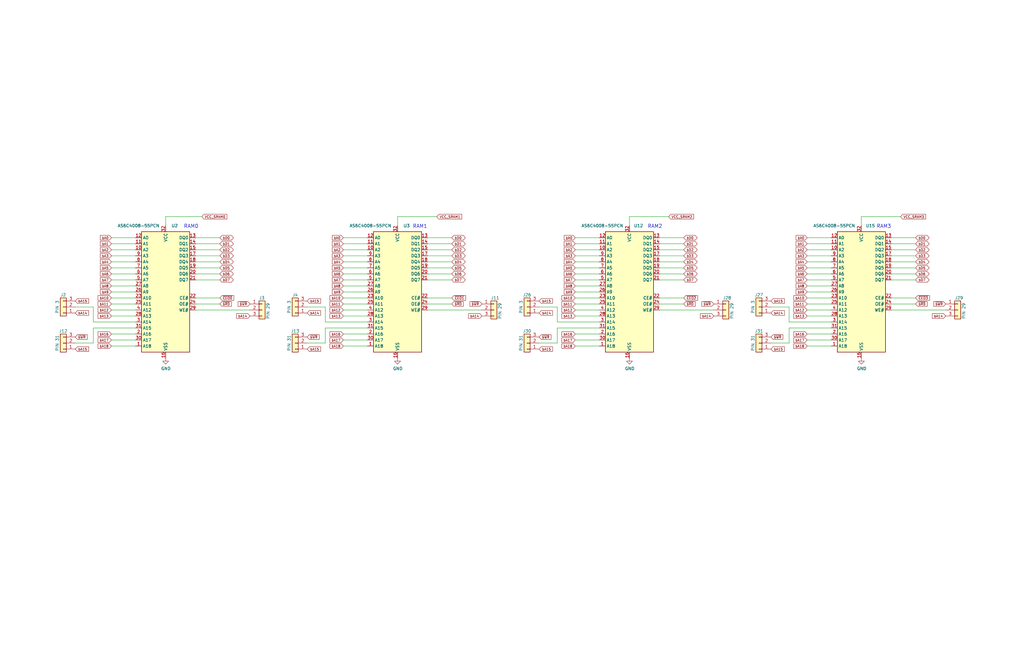
<source format=kicad_sch>
(kicad_sch (version 20211123) (generator eeschema)
  (paper "B")
  (lib_symbols
    (symbol "Connector_Generic:Conn_01x03" (pin_names (offset 1.016) hide)
      (property "Reference" "J" (at 0 5.08 0))
      (property "Value" "Conn_01x03" (at 0 -5.08 0))
      (symbol "Conn_01x03_1_1"
        (rectangle (start -1.27 -2.413) (end 0 -2.667) (stroke (width 0.1524)))
        (rectangle (start -1.27 0.127) (end 0 -0.127) (stroke (width 0.1524)))
        (rectangle (start -1.27 2.667) (end 0 2.413) (stroke (width 0.1524)))
        (rectangle (start -1.27 3.81) (end 1.27 -3.81) (stroke (width 0.254)) (fill (type background)))
        (pin passive line (at -5.08 2.54 0) (length 3.81) (name "Pin_1") (number "1"))
        (pin passive line (at -5.08 0 0) (length 3.81) (name "Pin_2") (number "2"))
        (pin passive line (at -5.08 -2.54 0) (length 3.81) (name "Pin_3") (number "3"))
      )
    )
    (symbol "Memory_RAM:AS6C4008-55PCN"
      (property "Reference" "U" (at -10.16 26.035 0))
      (property "Value" "AS6C4008-55PCN" (at 2.54 26.035 0))
      (symbol "AS6C4008-55PCN_0_0"
        (pin power_in line (at 0 -27.94 90) (length 2.54) (name "VSS") (number "16"))
        (pin power_in line (at 0 27.94 270) (length 2.54) (name "VCC") (number "32"))
      )
      (symbol "AS6C4008-55PCN_0_1"
        (rectangle (start -10.16 25.4) (end 10.16 -25.4) (stroke (width 0.254)) (fill (type background)))
      )
      (symbol "AS6C4008-55PCN_1_1"
        (pin input line (at -12.7 -22.86 0) (length 2.54) (name "A18") (number "1"))
        (pin input line (at -12.7 17.78 0) (length 2.54) (name "A2") (number "10"))
        (pin input line (at -12.7 20.32 0) (length 2.54) (name "A1") (number "11"))
        (pin input line (at -12.7 22.86 0) (length 2.54) (name "A0") (number "12"))
        (pin tri_state line (at 12.7 22.86 180) (length 2.54) (name "DQ0") (number "13"))
        (pin tri_state line (at 12.7 20.32 180) (length 2.54) (name "DQ1") (number "14"))
        (pin tri_state line (at 12.7 17.78 180) (length 2.54) (name "DQ2") (number "15"))
        (pin tri_state line (at 12.7 15.24 180) (length 2.54) (name "DQ3") (number "17"))
        (pin tri_state line (at 12.7 12.7 180) (length 2.54) (name "DQ4") (number "18"))
        (pin tri_state line (at 12.7 10.16 180) (length 2.54) (name "DQ5") (number "19"))
        (pin input line (at -12.7 -17.78 0) (length 2.54) (name "A16") (number "2"))
        (pin tri_state line (at 12.7 7.62 180) (length 2.54) (name "DQ6") (number "20"))
        (pin tri_state line (at 12.7 5.08 180) (length 2.54) (name "DQ7") (number "21"))
        (pin input line (at 12.7 -2.54 180) (length 2.54) (name "CE#") (number "22"))
        (pin input line (at -12.7 -2.54 0) (length 2.54) (name "A10") (number "23"))
        (pin input line (at 12.7 -5.08 180) (length 2.54) (name "OE#") (number "24"))
        (pin input line (at -12.7 -5.08 0) (length 2.54) (name "A11") (number "25"))
        (pin input line (at -12.7 0 0) (length 2.54) (name "A9") (number "26"))
        (pin input line (at -12.7 2.54 0) (length 2.54) (name "A8") (number "27"))
        (pin input line (at -12.7 -10.16 0) (length 2.54) (name "A13") (number "28"))
        (pin input line (at 12.7 -7.62 180) (length 2.54) (name "WE#") (number "29"))
        (pin input line (at -12.7 -12.7 0) (length 2.54) (name "A14") (number "3"))
        (pin input line (at -12.7 -20.32 0) (length 2.54) (name "A17") (number "30"))
        (pin input line (at -12.7 -15.24 0) (length 2.54) (name "A15") (number "31"))
        (pin input line (at -12.7 -7.62 0) (length 2.54) (name "A12") (number "4"))
        (pin input line (at -12.7 5.08 0) (length 2.54) (name "A7") (number "5"))
        (pin input line (at -12.7 7.62 0) (length 2.54) (name "A6") (number "6"))
        (pin input line (at -12.7 10.16 0) (length 2.54) (name "A5") (number "7"))
        (pin input line (at -12.7 12.7 0) (length 2.54) (name "A4") (number "8"))
        (pin input line (at -12.7 15.24 0) (length 2.54) (name "A3") (number "9"))
      )
    )
    (symbol "power:GND" (power) (pin_names (offset 0))
      (property "Value" "GND" (at 0 -3.81 0))
      (symbol "GND_0_1"
        (polyline (pts (xy 0 0) (xy 0 -1.27) (xy 1.27 -1.27) (xy 0 -2.54) (xy -1.27 -1.27) (xy 0 -1.27)))
      )
      (symbol "GND_1_1"
        (pin power_in line (at 0 0 270) (length 0) hide (name "GND") (number "1"))
      )
    )
  )
  (wire (pts (xy 46.99 143.51) (xy 57.15 143.51)))
  (wire (pts (xy 340.36 105.41) (xy 350.52 105.41)))
  (wire (pts (xy 46.99 118.11) (xy 57.15 118.11)))
  (wire (pts (xy 46.99 140.97) (xy 57.15 140.97)))
  (wire (pts (xy 154.94 140.97) (xy 144.78 140.97)))
  (wire (pts (xy 340.36 113.03) (xy 350.52 113.03)))
  (wire (pts (xy 278.13 115.57) (xy 288.29 115.57)))
  (wire (pts (xy 46.99 130.81) (xy 57.15 130.81)))
  (wire (pts (xy 46.99 125.73) (xy 57.15 125.73)))
  (wire (pts (xy 82.55 105.41) (xy 92.71 105.41)))
  (wire (pts (xy 242.57 113.03) (xy 252.73 113.03)))
  (wire (pts (xy 39.37 129.54) (xy 31.75 129.54)))
  (wire (pts (xy 332.74 129.54) (xy 325.12 129.54)))
  (wire (pts (xy 180.34 113.03) (xy 190.5 113.03)))
  (wire (pts (xy 144.78 110.49) (xy 154.94 110.49)))
  (wire (pts (xy 278.13 125.73) (xy 288.29 125.73)))
  (wire (pts (xy 242.57 120.65) (xy 252.73 120.65)))
  (wire (pts (xy 180.34 130.81) (xy 203.2 130.81)))
  (wire (pts (xy 82.55 107.95) (xy 92.71 107.95)))
  (wire (pts (xy 144.78 128.27) (xy 154.94 128.27)))
  (wire (pts (xy 46.99 113.03) (xy 57.15 113.03)))
  (wire (pts (xy 340.36 110.49) (xy 350.52 110.49)))
  (wire (pts (xy 180.34 105.41) (xy 190.5 105.41)))
  (wire (pts (xy 242.57 118.11) (xy 252.73 118.11)))
  (wire (pts (xy 242.57 133.35) (xy 252.73 133.35)))
  (wire (pts (xy 332.74 138.43) (xy 332.74 144.78)))
  (wire (pts (xy 375.92 102.87) (xy 386.08 102.87)))
  (wire (pts (xy 278.13 105.41) (xy 288.29 105.41)))
  (wire (pts (xy 350.52 140.97) (xy 340.36 140.97)))
  (wire (pts (xy 375.92 118.11) (xy 386.08 118.11)))
  (wire (pts (xy 340.36 133.35) (xy 350.52 133.35)))
  (wire (pts (xy 144.78 133.35) (xy 154.94 133.35)))
  (wire (pts (xy 340.36 130.81) (xy 350.52 130.81)))
  (wire (pts (xy 144.78 100.33) (xy 154.94 100.33)))
  (wire (pts (xy 137.16 135.89) (xy 154.94 135.89)))
  (wire (pts (xy 167.64 91.44) (xy 184.15 91.44)))
  (wire (pts (xy 242.57 107.95) (xy 252.73 107.95)))
  (wire (pts (xy 144.78 143.51) (xy 154.94 143.51)))
  (wire (pts (xy 46.99 105.41) (xy 57.15 105.41)))
  (wire (pts (xy 46.99 123.19) (xy 57.15 123.19)))
  (wire (pts (xy 242.57 130.81) (xy 252.73 130.81)))
  (wire (pts (xy 69.85 91.44) (xy 85.09 91.44)))
  (wire (pts (xy 180.34 100.33) (xy 190.5 100.33)))
  (wire (pts (xy 180.34 118.11) (xy 190.5 118.11)))
  (wire (pts (xy 144.78 123.19) (xy 154.94 123.19)))
  (wire (pts (xy 82.55 115.57) (xy 92.71 115.57)))
  (wire (pts (xy 242.57 143.51) (xy 252.73 143.51)))
  (wire (pts (xy 375.92 128.27) (xy 386.08 128.27)))
  (wire (pts (xy 363.22 91.44) (xy 379.73 91.44)))
  (wire (pts (xy 144.78 125.73) (xy 154.94 125.73)))
  (wire (pts (xy 340.36 102.87) (xy 350.52 102.87)))
  (wire (pts (xy 340.36 123.19) (xy 350.52 123.19)))
  (wire (pts (xy 137.16 135.89) (xy 137.16 129.54)))
  (wire (pts (xy 234.95 135.89) (xy 252.73 135.89)))
  (wire (pts (xy 39.37 135.89) (xy 57.15 135.89)))
  (wire (pts (xy 82.55 113.03) (xy 92.71 113.03)))
  (wire (pts (xy 39.37 144.78) (xy 31.75 144.78)))
  (wire (pts (xy 234.95 135.89) (xy 234.95 129.54)))
  (wire (pts (xy 180.34 125.73) (xy 190.5 125.73)))
  (wire (pts (xy 144.78 146.05) (xy 154.94 146.05)))
  (wire (pts (xy 154.94 138.43) (xy 137.16 138.43)))
  (wire (pts (xy 375.92 113.03) (xy 386.08 113.03)))
  (wire (pts (xy 278.13 113.03) (xy 288.29 113.03)))
  (wire (pts (xy 375.92 107.95) (xy 386.08 107.95)))
  (wire (pts (xy 265.43 95.25) (xy 265.43 91.44)))
  (wire (pts (xy 340.36 125.73) (xy 350.52 125.73)))
  (wire (pts (xy 340.36 143.51) (xy 350.52 143.51)))
  (wire (pts (xy 278.13 107.95) (xy 288.29 107.95)))
  (wire (pts (xy 46.99 100.33) (xy 57.15 100.33)))
  (wire (pts (xy 252.73 138.43) (xy 234.95 138.43)))
  (wire (pts (xy 234.95 129.54) (xy 227.33 129.54)))
  (wire (pts (xy 242.57 125.73) (xy 252.73 125.73)))
  (wire (pts (xy 180.34 110.49) (xy 190.5 110.49)))
  (wire (pts (xy 46.99 133.35) (xy 57.15 133.35)))
  (wire (pts (xy 242.57 140.97) (xy 252.73 140.97)))
  (wire (pts (xy 375.92 105.41) (xy 386.08 105.41)))
  (wire (pts (xy 69.85 91.44) (xy 69.85 95.25)))
  (wire (pts (xy 82.55 102.87) (xy 92.71 102.87)))
  (wire (pts (xy 242.57 105.41) (xy 252.73 105.41)))
  (wire (pts (xy 46.99 120.65) (xy 57.15 120.65)))
  (wire (pts (xy 340.36 146.05) (xy 350.52 146.05)))
  (wire (pts (xy 82.55 110.49) (xy 92.71 110.49)))
  (wire (pts (xy 332.74 144.78) (xy 325.12 144.78)))
  (wire (pts (xy 242.57 110.49) (xy 252.73 110.49)))
  (wire (pts (xy 340.36 100.33) (xy 350.52 100.33)))
  (wire (pts (xy 242.57 102.87) (xy 252.73 102.87)))
  (wire (pts (xy 340.36 107.95) (xy 350.52 107.95)))
  (wire (pts (xy 375.92 100.33) (xy 386.08 100.33)))
  (wire (pts (xy 242.57 128.27) (xy 252.73 128.27)))
  (wire (pts (xy 144.78 115.57) (xy 154.94 115.57)))
  (wire (pts (xy 350.52 138.43) (xy 332.74 138.43)))
  (wire (pts (xy 46.99 107.95) (xy 57.15 107.95)))
  (wire (pts (xy 144.78 120.65) (xy 154.94 120.65)))
  (wire (pts (xy 82.55 130.81) (xy 105.41 130.81)))
  (wire (pts (xy 137.16 138.43) (xy 137.16 144.78)))
  (wire (pts (xy 82.55 128.27) (xy 92.71 128.27)))
  (wire (pts (xy 265.43 91.44) (xy 281.94 91.44)))
  (wire (pts (xy 46.99 146.05) (xy 57.15 146.05)))
  (wire (pts (xy 340.36 115.57) (xy 350.52 115.57)))
  (wire (pts (xy 180.34 102.87) (xy 190.5 102.87)))
  (wire (pts (xy 278.13 130.81) (xy 300.99 130.81)))
  (wire (pts (xy 242.57 115.57) (xy 252.73 115.57)))
  (wire (pts (xy 144.78 107.95) (xy 154.94 107.95)))
  (wire (pts (xy 242.57 146.05) (xy 252.73 146.05)))
  (wire (pts (xy 278.13 100.33) (xy 288.29 100.33)))
  (wire (pts (xy 340.36 120.65) (xy 350.52 120.65)))
  (wire (pts (xy 82.55 100.33) (xy 92.71 100.33)))
  (wire (pts (xy 332.74 135.89) (xy 332.74 129.54)))
  (wire (pts (xy 180.34 128.27) (xy 190.5 128.27)))
  (wire (pts (xy 144.78 130.81) (xy 154.94 130.81)))
  (wire (pts (xy 375.92 115.57) (xy 386.08 115.57)))
  (wire (pts (xy 375.92 110.49) (xy 386.08 110.49)))
  (wire (pts (xy 82.55 125.73) (xy 92.71 125.73)))
  (wire (pts (xy 234.95 138.43) (xy 234.95 144.78)))
  (wire (pts (xy 57.15 138.43) (xy 39.37 138.43)))
  (wire (pts (xy 180.34 115.57) (xy 190.5 115.57)))
  (wire (pts (xy 46.99 128.27) (xy 57.15 128.27)))
  (wire (pts (xy 144.78 113.03) (xy 154.94 113.03)))
  (wire (pts (xy 39.37 138.43) (xy 39.37 144.78)))
  (wire (pts (xy 242.57 100.33) (xy 252.73 100.33)))
  (wire (pts (xy 137.16 129.54) (xy 129.54 129.54)))
  (wire (pts (xy 278.13 128.27) (xy 288.29 128.27)))
  (wire (pts (xy 375.92 125.73) (xy 386.08 125.73)))
  (wire (pts (xy 167.64 95.25) (xy 167.64 91.44)))
  (wire (pts (xy 46.99 115.57) (xy 57.15 115.57)))
  (wire (pts (xy 278.13 102.87) (xy 288.29 102.87)))
  (wire (pts (xy 242.57 123.19) (xy 252.73 123.19)))
  (wire (pts (xy 363.22 95.25) (xy 363.22 91.44)))
  (wire (pts (xy 144.78 105.41) (xy 154.94 105.41)))
  (wire (pts (xy 82.55 118.11) (xy 92.71 118.11)))
  (wire (pts (xy 375.92 130.81) (xy 398.78 130.81)))
  (wire (pts (xy 340.36 118.11) (xy 350.52 118.11)))
  (wire (pts (xy 144.78 102.87) (xy 154.94 102.87)))
  (wire (pts (xy 278.13 118.11) (xy 288.29 118.11)))
  (wire (pts (xy 278.13 110.49) (xy 288.29 110.49)))
  (wire (pts (xy 144.78 118.11) (xy 154.94 118.11)))
  (wire (pts (xy 46.99 102.87) (xy 57.15 102.87)))
  (wire (pts (xy 234.95 144.78) (xy 227.33 144.78)))
  (wire (pts (xy 39.37 135.89) (xy 39.37 129.54)))
  (wire (pts (xy 332.74 135.89) (xy 350.52 135.89)))
  (wire (pts (xy 137.16 144.78) (xy 129.54 144.78)))
  (wire (pts (xy 180.34 107.95) (xy 190.5 107.95)))
  (wire (pts (xy 46.99 110.49) (xy 57.15 110.49)))
  (wire (pts (xy 340.36 128.27) (xy 350.52 128.27)))
  (text "RAM1" (at 173.99 96.52 0) (effects (font (size 1.524 1.524)) (justify left bottom)))
  (text "RAM2" (at 273.05 96.52 0) (effects (font (size 1.524 1.524)) (justify left bottom)))
  (text "RAM3" (at 369.57 96.52 0) (effects (font (size 1.524 1.524)) (justify left bottom)))
  (text "RAM0" (at 77.47 96.52 0) (effects (font (size 1.524 1.524)) (justify left bottom)))
  (global_label "bA11" (shape input) (at 46.99 128.27 180) (effects (font (size 1.016 1.016))) (property "Intersheet References" "${INTERSHEET_REFS}" (effects hide)))
  (global_label "bA18" (shape input) (at 144.78 146.05 180) (effects (font (size 1.016 1.016))) (property "Intersheet References" "${INTERSHEET_REFS}" (effects hide)))
  (global_label "bD7" (shape bidirectional) (at 92.71 118.11 0) (effects (font (size 1.016 1.016))) (property "Intersheet References" "${INTERSHEET_REFS}" (effects hide)))
  (global_label "VCC_SRAM2" (shape input) (at 281.94 91.44 0) (effects (font (size 1.016 1.016))) (property "Intersheet References" "${INTERSHEET_REFS}" (effects hide)))
  (global_label "~{CEO3}" (shape input) (at 386.08 125.73 0) (effects (font (size 1.016 1.016))) (property "Intersheet References" "${INTERSHEET_REFS}" (effects hide)))
  (global_label "bA7" (shape input) (at 144.78 118.11 180) (effects (font (size 1.016 1.016))) (property "Intersheet References" "${INTERSHEET_REFS}" (effects hide)))
  (global_label "bD1" (shape bidirectional) (at 288.29 102.87 0) (effects (font (size 1.016 1.016))) (property "Intersheet References" "${INTERSHEET_REFS}" (effects hide)))
  (global_label "bA14" (shape input) (at 105.41 133.35 180) (effects (font (size 1.016 1.016))) (property "Intersheet References" "${INTERSHEET_REFS}" (effects hide)))
  (global_label "~{CEO2}" (shape input) (at 288.29 125.73 0) (effects (font (size 1.016 1.016))) (property "Intersheet References" "${INTERSHEET_REFS}" (effects hide)))
  (global_label "bA18" (shape input) (at 46.99 146.05 180) (effects (font (size 1.016 1.016))) (property "Intersheet References" "${INTERSHEET_REFS}" (effects hide)))
  (global_label "bD3" (shape bidirectional) (at 386.08 107.95 0) (effects (font (size 1.016 1.016))) (property "Intersheet References" "${INTERSHEET_REFS}" (effects hide)))
  (global_label "bA18" (shape input) (at 242.57 146.05 180) (effects (font (size 1.016 1.016))) (property "Intersheet References" "${INTERSHEET_REFS}" (effects hide)))
  (global_label "bD0" (shape bidirectional) (at 386.08 100.33 0) (effects (font (size 1.016 1.016))) (property "Intersheet References" "${INTERSHEET_REFS}" (effects hide)))
  (global_label "bA5" (shape input) (at 340.36 113.03 180) (effects (font (size 1.016 1.016))) (property "Intersheet References" "${INTERSHEET_REFS}" (effects hide)))
  (global_label "bA17" (shape input) (at 46.99 143.51 180) (effects (font (size 1.016 1.016))) (property "Intersheet References" "${INTERSHEET_REFS}" (effects hide)))
  (global_label "bA8" (shape input) (at 46.99 120.65 180) (effects (font (size 1.016 1.016))) (property "Intersheet References" "${INTERSHEET_REFS}" (effects hide)))
  (global_label "bA15" (shape input) (at 227.33 127 0) (effects (font (size 1.016 1.016))) (property "Intersheet References" "${INTERSHEET_REFS}" (effects hide)))
  (global_label "bD0" (shape bidirectional) (at 288.29 100.33 0) (effects (font (size 1.016 1.016))) (property "Intersheet References" "${INTERSHEET_REFS}" (effects hide)))
  (global_label "bA5" (shape input) (at 242.57 113.03 180) (effects (font (size 1.016 1.016))) (property "Intersheet References" "${INTERSHEET_REFS}" (effects hide)))
  (global_label "bA11" (shape input) (at 340.36 128.27 180) (effects (font (size 1.016 1.016))) (property "Intersheet References" "${INTERSHEET_REFS}" (effects hide)))
  (global_label "bA6" (shape input) (at 46.99 115.57 180) (effects (font (size 1.016 1.016))) (property "Intersheet References" "${INTERSHEET_REFS}" (effects hide)))
  (global_label "bA0" (shape input) (at 242.57 100.33 180) (effects (font (size 1.016 1.016))) (property "Intersheet References" "${INTERSHEET_REFS}" (effects hide)))
  (global_label "bA4" (shape input) (at 144.78 110.49 180) (effects (font (size 1.016 1.016))) (property "Intersheet References" "${INTERSHEET_REFS}" (effects hide)))
  (global_label "bA3" (shape input) (at 144.78 107.95 180) (effects (font (size 1.016 1.016))) (property "Intersheet References" "${INTERSHEET_REFS}" (effects hide)))
  (global_label "~{bRD}" (shape input) (at 92.71 128.27 0) (effects (font (size 1.016 1.016))) (property "Intersheet References" "${INTERSHEET_REFS}" (effects hide)))
  (global_label "bA10" (shape input) (at 340.36 125.73 180) (effects (font (size 1.016 1.016))) (property "Intersheet References" "${INTERSHEET_REFS}" (effects hide)))
  (global_label "bA12" (shape input) (at 46.99 130.81 180) (effects (font (size 1.016 1.016))) (property "Intersheet References" "${INTERSHEET_REFS}" (effects hide)))
  (global_label "bA13" (shape input) (at 340.36 133.35 180) (effects (font (size 1.016 1.016))) (property "Intersheet References" "${INTERSHEET_REFS}" (effects hide)))
  (global_label "bD4" (shape bidirectional) (at 288.29 110.49 0) (effects (font (size 1.016 1.016))) (property "Intersheet References" "${INTERSHEET_REFS}" (effects hide)))
  (global_label "bA8" (shape input) (at 144.78 120.65 180) (effects (font (size 1.016 1.016))) (property "Intersheet References" "${INTERSHEET_REFS}" (effects hide)))
  (global_label "bD2" (shape bidirectional) (at 92.71 105.41 0) (effects (font (size 1.016 1.016))) (property "Intersheet References" "${INTERSHEET_REFS}" (effects hide)))
  (global_label "bA9" (shape input) (at 46.99 123.19 180) (effects (font (size 1.016 1.016))) (property "Intersheet References" "${INTERSHEET_REFS}" (effects hide)))
  (global_label "~{bWR}" (shape input) (at 325.12 142.24 0) (effects (font (size 1.016 1.016))) (property "Intersheet References" "${INTERSHEET_REFS}" (effects hide)))
  (global_label "bD5" (shape bidirectional) (at 386.08 113.03 0) (effects (font (size 1.016 1.016))) (property "Intersheet References" "${INTERSHEET_REFS}" (effects hide)))
  (global_label "bD6" (shape bidirectional) (at 288.29 115.57 0) (effects (font (size 1.016 1.016))) (property "Intersheet References" "${INTERSHEET_REFS}" (effects hide)))
  (global_label "bA16" (shape input) (at 340.36 140.97 180) (effects (font (size 1.016 1.016))) (property "Intersheet References" "${INTERSHEET_REFS}" (effects hide)))
  (global_label "bA15" (shape input) (at 227.33 147.32 0) (effects (font (size 1.016 1.016))) (property "Intersheet References" "${INTERSHEET_REFS}" (effects hide)))
  (global_label "bA3" (shape input) (at 340.36 107.95 180) (effects (font (size 1.016 1.016))) (property "Intersheet References" "${INTERSHEET_REFS}" (effects hide)))
  (global_label "bD5" (shape bidirectional) (at 288.29 113.03 0) (effects (font (size 1.016 1.016))) (property "Intersheet References" "${INTERSHEET_REFS}" (effects hide)))
  (global_label "bA14" (shape input) (at 300.99 133.35 180) (effects (font (size 1.016 1.016))) (property "Intersheet References" "${INTERSHEET_REFS}" (effects hide)))
  (global_label "~{bRD}" (shape input) (at 288.29 128.27 0) (effects (font (size 1.016 1.016))) (property "Intersheet References" "${INTERSHEET_REFS}" (effects hide)))
  (global_label "~{CEO0}" (shape input) (at 92.71 125.73 0) (effects (font (size 1.016 1.016))) (property "Intersheet References" "${INTERSHEET_REFS}" (effects hide)))
  (global_label "VCC_SRAM1" (shape input) (at 184.15 91.44 0) (effects (font (size 1.016 1.016))) (property "Intersheet References" "${INTERSHEET_REFS}" (effects hide)))
  (global_label "bA0" (shape input) (at 340.36 100.33 180) (effects (font (size 1.016 1.016))) (property "Intersheet References" "${INTERSHEET_REFS}" (effects hide)))
  (global_label "bA11" (shape input) (at 242.57 128.27 180) (effects (font (size 1.016 1.016))) (property "Intersheet References" "${INTERSHEET_REFS}" (effects hide)))
  (global_label "bA1" (shape input) (at 242.57 102.87 180) (effects (font (size 1.016 1.016))) (property "Intersheet References" "${INTERSHEET_REFS}" (effects hide)))
  (global_label "bA15" (shape input) (at 325.12 147.32 0) (effects (font (size 1.016 1.016))) (property "Intersheet References" "${INTERSHEET_REFS}" (effects hide)))
  (global_label "bA10" (shape input) (at 144.78 125.73 180) (effects (font (size 1.016 1.016))) (property "Intersheet References" "${INTERSHEET_REFS}" (effects hide)))
  (global_label "bD3" (shape bidirectional) (at 288.29 107.95 0) (effects (font (size 1.016 1.016))) (property "Intersheet References" "${INTERSHEET_REFS}" (effects hide)))
  (global_label "bA15" (shape input) (at 325.12 127 0) (effects (font (size 1.016 1.016))) (property "Intersheet References" "${INTERSHEET_REFS}" (effects hide)))
  (global_label "bA6" (shape input) (at 144.78 115.57 180) (effects (font (size 1.016 1.016))) (property "Intersheet References" "${INTERSHEET_REFS}" (effects hide)))
  (global_label "bD5" (shape bidirectional) (at 92.71 113.03 0) (effects (font (size 1.016 1.016))) (property "Intersheet References" "${INTERSHEET_REFS}" (effects hide)))
  (global_label "bA0" (shape input) (at 144.78 100.33 180) (effects (font (size 1.016 1.016))) (property "Intersheet References" "${INTERSHEET_REFS}" (effects hide)))
  (global_label "bD1" (shape bidirectional) (at 386.08 102.87 0) (effects (font (size 1.016 1.016))) (property "Intersheet References" "${INTERSHEET_REFS}" (effects hide)))
  (global_label "bD6" (shape bidirectional) (at 190.5 115.57 0) (effects (font (size 1.016 1.016))) (property "Intersheet References" "${INTERSHEET_REFS}" (effects hide)))
  (global_label "~{bRD}" (shape input) (at 386.08 128.27 0) (effects (font (size 1.016 1.016))) (property "Intersheet References" "${INTERSHEET_REFS}" (effects hide)))
  (global_label "bA12" (shape input) (at 242.57 130.81 180) (effects (font (size 1.016 1.016))) (property "Intersheet References" "${INTERSHEET_REFS}" (effects hide)))
  (global_label "bA13" (shape input) (at 144.78 133.35 180) (effects (font (size 1.016 1.016))) (property "Intersheet References" "${INTERSHEET_REFS}" (effects hide)))
  (global_label "bA1" (shape input) (at 46.99 102.87 180) (effects (font (size 1.016 1.016))) (property "Intersheet References" "${INTERSHEET_REFS}" (effects hide)))
  (global_label "bD3" (shape bidirectional) (at 92.71 107.95 0) (effects (font (size 1.016 1.016))) (property "Intersheet References" "${INTERSHEET_REFS}" (effects hide)))
  (global_label "bA8" (shape input) (at 340.36 120.65 180) (effects (font (size 1.016 1.016))) (property "Intersheet References" "${INTERSHEET_REFS}" (effects hide)))
  (global_label "bA13" (shape input) (at 242.57 133.35 180) (effects (font (size 1.016 1.016))) (property "Intersheet References" "${INTERSHEET_REFS}" (effects hide)))
  (global_label "bA18" (shape input) (at 340.36 146.05 180) (effects (font (size 1.016 1.016))) (property "Intersheet References" "${INTERSHEET_REFS}" (effects hide)))
  (global_label "bA10" (shape input) (at 242.57 125.73 180) (effects (font (size 1.016 1.016))) (property "Intersheet References" "${INTERSHEET_REFS}" (effects hide)))
  (global_label "bA16" (shape input) (at 46.99 140.97 180) (effects (font (size 1.016 1.016))) (property "Intersheet References" "${INTERSHEET_REFS}" (effects hide)))
  (global_label "bD1" (shape bidirectional) (at 92.71 102.87 0) (effects (font (size 1.016 1.016))) (property "Intersheet References" "${INTERSHEET_REFS}" (effects hide)))
  (global_label "bA5" (shape input) (at 144.78 113.03 180) (effects (font (size 1.016 1.016))) (property "Intersheet References" "${INTERSHEET_REFS}" (effects hide)))
  (global_label "bA1" (shape input) (at 144.78 102.87 180) (effects (font (size 1.016 1.016))) (property "Intersheet References" "${INTERSHEET_REFS}" (effects hide)))
  (global_label "bA15" (shape input) (at 31.75 127 0) (effects (font (size 1.016 1.016))) (property "Intersheet References" "${INTERSHEET_REFS}" (effects hide)))
  (global_label "bA4" (shape input) (at 340.36 110.49 180) (effects (font (size 1.016 1.016))) (property "Intersheet References" "${INTERSHEET_REFS}" (effects hide)))
  (global_label "bA2" (shape input) (at 46.99 105.41 180) (effects (font (size 1.016 1.016))) (property "Intersheet References" "${INTERSHEET_REFS}" (effects hide)))
  (global_label "bD6" (shape bidirectional) (at 386.08 115.57 0) (effects (font (size 1.016 1.016))) (property "Intersheet References" "${INTERSHEET_REFS}" (effects hide)))
  (global_label "VCC_SRAM0" (shape input) (at 85.09 91.44 0) (effects (font (size 1.016 1.016))) (property "Intersheet References" "${INTERSHEET_REFS}" (effects hide)))
  (global_label "bA14" (shape input) (at 203.2 133.35 180) (effects (font (size 1.016 1.016))) (property "Intersheet References" "${INTERSHEET_REFS}" (effects hide)))
  (global_label "~{bWR}" (shape input) (at 129.54 142.24 0) (effects (font (size 1.016 1.016))) (property "Intersheet References" "${INTERSHEET_REFS}" (effects hide)))
  (global_label "bD4" (shape bidirectional) (at 190.5 110.49 0) (effects (font (size 1.016 1.016))) (property "Intersheet References" "${INTERSHEET_REFS}" (effects hide)))
  (global_label "~{bWR}" (shape input) (at 227.33 142.24 0) (effects (font (size 1.016 1.016))) (property "Intersheet References" "${INTERSHEET_REFS}" (effects hide)))
  (global_label "bD0" (shape bidirectional) (at 92.71 100.33 0) (effects (font (size 1.016 1.016))) (property "Intersheet References" "${INTERSHEET_REFS}" (effects hide)))
  (global_label "~{bWR}" (shape input) (at 105.41 128.27 180) (effects (font (size 1.016 1.016))) (property "Intersheet References" "${INTERSHEET_REFS}" (effects hide)))
  (global_label "bA15" (shape input) (at 31.75 147.32 0) (effects (font (size 1.016 1.016))) (property "Intersheet References" "${INTERSHEET_REFS}" (effects hide)))
  (global_label "bD3" (shape bidirectional) (at 190.5 107.95 0) (effects (font (size 1.016 1.016))) (property "Intersheet References" "${INTERSHEET_REFS}" (effects hide)))
  (global_label "~{bWR}" (shape input) (at 203.2 128.27 180) (effects (font (size 1.016 1.016))) (property "Intersheet References" "${INTERSHEET_REFS}" (effects hide)))
  (global_label "bA3" (shape input) (at 46.99 107.95 180) (effects (font (size 1.016 1.016))) (property "Intersheet References" "${INTERSHEET_REFS}" (effects hide)))
  (global_label "bA5" (shape input) (at 46.99 113.03 180) (effects (font (size 1.016 1.016))) (property "Intersheet References" "${INTERSHEET_REFS}" (effects hide)))
  (global_label "bA14" (shape input) (at 31.75 132.08 0) (effects (font (size 1.016 1.016))) (property "Intersheet References" "${INTERSHEET_REFS}" (effects hide)))
  (global_label "bD7" (shape bidirectional) (at 288.29 118.11 0) (effects (font (size 1.016 1.016))) (property "Intersheet References" "${INTERSHEET_REFS}" (effects hide)))
  (global_label "bD4" (shape bidirectional) (at 386.08 110.49 0) (effects (font (size 1.016 1.016))) (property "Intersheet References" "${INTERSHEET_REFS}" (effects hide)))
  (global_label "bA12" (shape input) (at 144.78 130.81 180) (effects (font (size 1.016 1.016))) (property "Intersheet References" "${INTERSHEET_REFS}" (effects hide)))
  (global_label "bA1" (shape input) (at 340.36 102.87 180) (effects (font (size 1.016 1.016))) (property "Intersheet References" "${INTERSHEET_REFS}" (effects hide)))
  (global_label "bA6" (shape input) (at 242.57 115.57 180) (effects (font (size 1.016 1.016))) (property "Intersheet References" "${INTERSHEET_REFS}" (effects hide)))
  (global_label "bA9" (shape input) (at 144.78 123.19 180) (effects (font (size 1.016 1.016))) (property "Intersheet References" "${INTERSHEET_REFS}" (effects hide)))
  (global_label "bA12" (shape input) (at 340.36 130.81 180) (effects (font (size 1.016 1.016))) (property "Intersheet References" "${INTERSHEET_REFS}" (effects hide)))
  (global_label "bA17" (shape input) (at 242.57 143.51 180) (effects (font (size 1.016 1.016))) (property "Intersheet References" "${INTERSHEET_REFS}" (effects hide)))
  (global_label "bA15" (shape input) (at 129.54 147.32 0) (effects (font (size 1.016 1.016))) (property "Intersheet References" "${INTERSHEET_REFS}" (effects hide)))
  (global_label "bD2" (shape bidirectional) (at 288.29 105.41 0) (effects (font (size 1.016 1.016))) (property "Intersheet References" "${INTERSHEET_REFS}" (effects hide)))
  (global_label "bA13" (shape input) (at 46.99 133.35 180) (effects (font (size 1.016 1.016))) (property "Intersheet References" "${INTERSHEET_REFS}" (effects hide)))
  (global_label "bA17" (shape input) (at 340.36 143.51 180) (effects (font (size 1.016 1.016))) (property "Intersheet References" "${INTERSHEET_REFS}" (effects hide)))
  (global_label "bA7" (shape input) (at 340.36 118.11 180) (effects (font (size 1.016 1.016))) (property "Intersheet References" "${INTERSHEET_REFS}" (effects hide)))
  (global_label "bA2" (shape input) (at 242.57 105.41 180) (effects (font (size 1.016 1.016))) (property "Intersheet References" "${INTERSHEET_REFS}" (effects hide)))
  (global_label "bD7" (shape bidirectional) (at 190.5 118.11 0) (effects (font (size 1.016 1.016))) (property "Intersheet References" "${INTERSHEET_REFS}" (effects hide)))
  (global_label "bA7" (shape input) (at 46.99 118.11 180) (effects (font (size 1.016 1.016))) (property "Intersheet References" "${INTERSHEET_REFS}" (effects hide)))
  (global_label "bD6" (shape bidirectional) (at 92.71 115.57 0) (effects (font (size 1.016 1.016))) (property "Intersheet References" "${INTERSHEET_REFS}" (effects hide)))
  (global_label "bA4" (shape input) (at 242.57 110.49 180) (effects (font (size 1.016 1.016))) (property "Intersheet References" "${INTERSHEET_REFS}" (effects hide)))
  (global_label "bD0" (shape bidirectional) (at 190.5 100.33 0) (effects (font (size 1.016 1.016))) (property "Intersheet References" "${INTERSHEET_REFS}" (effects hide)))
  (global_label "~{bRD}" (shape input) (at 190.5 128.27 0) (effects (font (size 1.016 1.016))) (property "Intersheet References" "${INTERSHEET_REFS}" (effects hide)))
  (global_label "bA2" (shape input) (at 144.78 105.41 180) (effects (font (size 1.016 1.016))) (property "Intersheet References" "${INTERSHEET_REFS}" (effects hide)))
  (global_label "bD2" (shape bidirectional) (at 190.5 105.41 0) (effects (font (size 1.016 1.016))) (property "Intersheet References" "${INTERSHEET_REFS}" (effects hide)))
  (global_label "bA3" (shape input) (at 242.57 107.95 180) (effects (font (size 1.016 1.016))) (property "Intersheet References" "${INTERSHEET_REFS}" (effects hide)))
  (global_label "bA17" (shape input) (at 144.78 143.51 180) (effects (font (size 1.016 1.016))) (property "Intersheet References" "${INTERSHEET_REFS}" (effects hide)))
  (global_label "bA8" (shape input) (at 242.57 120.65 180) (effects (font (size 1.016 1.016))) (property "Intersheet References" "${INTERSHEET_REFS}" (effects hide)))
  (global_label "bA0" (shape input) (at 46.99 100.33 180) (effects (font (size 1.016 1.016))) (property "Intersheet References" "${INTERSHEET_REFS}" (effects hide)))
  (global_label "bA2" (shape input) (at 340.36 105.41 180) (effects (font (size 1.016 1.016))) (property "Intersheet References" "${INTERSHEET_REFS}" (effects hide)))
  (global_label "~{bWR}" (shape input) (at 398.78 128.27 180) (effects (font (size 1.016 1.016))) (property "Intersheet References" "${INTERSHEET_REFS}" (effects hide)))
  (global_label "bD4" (shape bidirectional) (at 92.71 110.49 0) (effects (font (size 1.016 1.016))) (property "Intersheet References" "${INTERSHEET_REFS}" (effects hide)))
  (global_label "bA4" (shape input) (at 46.99 110.49 180) (effects (font (size 1.016 1.016))) (property "Intersheet References" "${INTERSHEET_REFS}" (effects hide)))
  (global_label "bA7" (shape input) (at 242.57 118.11 180) (effects (font (size 1.016 1.016))) (property "Intersheet References" "${INTERSHEET_REFS}" (effects hide)))
  (global_label "bA14" (shape input) (at 129.54 132.08 0) (effects (font (size 1.016 1.016))) (property "Intersheet References" "${INTERSHEET_REFS}" (effects hide)))
  (global_label "bA14" (shape input) (at 398.78 133.35 180) (effects (font (size 1.016 1.016))) (property "Intersheet References" "${INTERSHEET_REFS}" (effects hide)))
  (global_label "bA9" (shape input) (at 340.36 123.19 180) (effects (font (size 1.016 1.016))) (property "Intersheet References" "${INTERSHEET_REFS}" (effects hide)))
  (global_label "bD2" (shape bidirectional) (at 386.08 105.41 0) (effects (font (size 1.016 1.016))) (property "Intersheet References" "${INTERSHEET_REFS}" (effects hide)))
  (global_label "VCC_SRAM3" (shape input) (at 379.73 91.44 0) (effects (font (size 1.016 1.016))) (property "Intersheet References" "${INTERSHEET_REFS}" (effects hide)))
  (global_label "bA10" (shape input) (at 46.99 125.73 180) (effects (font (size 1.016 1.016))) (property "Intersheet References" "${INTERSHEET_REFS}" (effects hide)))
  (global_label "bA14" (shape input) (at 227.33 132.08 0) (effects (font (size 1.016 1.016))) (property "Intersheet References" "${INTERSHEET_REFS}" (effects hide)))
  (global_label "bA16" (shape input) (at 242.57 140.97 180) (effects (font (size 1.016 1.016))) (property "Intersheet References" "${INTERSHEET_REFS}" (effects hide)))
  (global_label "~{bWR}" (shape input) (at 300.99 128.27 180) (effects (font (size 1.016 1.016))) (property "Intersheet References" "${INTERSHEET_REFS}" (effects hide)))
  (global_label "bA15" (shape input) (at 129.54 127 0) (effects (font (size 1.016 1.016))) (property "Intersheet References" "${INTERSHEET_REFS}" (effects hide)))
  (global_label "bA6" (shape input) (at 340.36 115.57 180) (effects (font (size 1.016 1.016))) (property "Intersheet References" "${INTERSHEET_REFS}" (effects hide)))
  (global_label "~{bWR}" (shape input) (at 31.75 142.24 0) (effects (font (size 1.016 1.016))) (property "Intersheet References" "${INTERSHEET_REFS}" (effects hide)))
  (global_label "~{CEO1}" (shape input) (at 190.5 125.73 0) (effects (font (size 1.016 1.016))) (property "Intersheet References" "${INTERSHEET_REFS}" (effects hide)))
  (global_label "bA16" (shape input) (at 144.78 140.97 180) (effects (font (size 1.016 1.016))) (property "Intersheet References" "${INTERSHEET_REFS}" (effects hide)))
  (global_label "bD5" (shape bidirectional) (at 190.5 113.03 0) (effects (font (size 1.016 1.016))) (property "Intersheet References" "${INTERSHEET_REFS}" (effects hide)))
  (global_label "bA11" (shape input) (at 144.78 128.27 180) (effects (font (size 1.016 1.016))) (property "Intersheet References" "${INTERSHEET_REFS}" (effects hide)))
  (global_label "bD7" (shape bidirectional) (at 386.08 118.11 0) (effects (font (size 1.016 1.016))) (property "Intersheet References" "${INTERSHEET_REFS}" (effects hide)))
  (global_label "bA9" (shape input) (at 242.57 123.19 180) (effects (font (size 1.016 1.016))) (property "Intersheet References" "${INTERSHEET_REFS}" (effects hide)))
  (global_label "bA14" (shape input) (at 325.12 132.08 0) (effects (font (size 1.016 1.016))) (property "Intersheet References" "${INTERSHEET_REFS}" (effects hide)))
  (global_label "bD1" (shape bidirectional) (at 190.5 102.87 0) (effects (font (size 1.016 1.016))) (property "Intersheet References" "${INTERSHEET_REFS}" (effects hide)))
  (symbol (lib_id "Connector_Generic:Conn_01x03") (at 26.67 129.54 180) (unit 1)
    (property "Reference" "J2" (at 26.67 124.46 0))
    (property "Value" "PIN 3" (at 24.13 129.54 90))
    (property "Footprint" "Connector_PinHeader_2.54mm:PinHeader_1x03_P2.54mm_Vertical" (effects hide))
  )
  (symbol (lib_id "Connector_Generic:Conn_01x03") (at 26.67 144.78 180) (unit 1)
    (property "Reference" "J12" (at 26.67 139.7 0))
    (property "Value" "PIN 31" (at 24.13 144.78 90))
    (property "Footprint" "Connector_PinHeader_2.54mm:PinHeader_1x03_P2.54mm_Vertical" (effects hide))
  )
  (symbol (lib_id "Connector_Generic:Conn_01x03") (at 110.49 130.81 0) (unit 1)
    (property "Reference" "J3" (at 109.22 125.73 0) (effects (justify left)))
    (property "Value" "PIN 29" (at 113.03 134.62 90) (effects (justify left)))
    (property "Footprint" "Connector_PinHeader_2.54mm:PinHeader_1x03_P2.54mm_Vertical" (effects hide))
  )
  (symbol (lib_id "Connector_Generic:Conn_01x03") (at 208.28 130.81 0) (unit 1)
    (property "Reference" "J11" (at 207.01 125.73 0) (effects (justify left)))
    (property "Value" "PIN 29" (at 210.82 134.62 90) (effects (justify left)))
    (property "Footprint" "Connector_PinHeader_2.54mm:PinHeader_1x03_P2.54mm_Vertical" (effects hide))
  )
  (symbol (lib_id "Connector_Generic:Conn_01x03") (at 124.46 129.54 180) (unit 1)
    (property "Reference" "J4" (at 124.46 124.46 0))
    (property "Value" "PIN 3" (at 121.92 129.54 90))
    (property "Footprint" "Connector_PinHeader_2.54mm:PinHeader_1x03_P2.54mm_Vertical" (effects hide))
  )
  (symbol (lib_id "Connector_Generic:Conn_01x03") (at 124.46 144.78 180) (unit 1)
    (property "Reference" "J13" (at 124.46 139.7 0))
    (property "Value" "PIN 31" (at 121.92 144.78 90))
    (property "Footprint" "Connector_PinHeader_2.54mm:PinHeader_1x03_P2.54mm_Vertical" (effects hide))
  )
  (symbol (lib_id "power:GND") (at 265.43 151.13 0) (unit 1)
    (property "Reference" "#PWR035" (effects hide))
    (property "Value" "GND" (at 265.557 155.5242 0))
  )
  (symbol (lib_id "power:GND") (at 363.22 151.13 0) (unit 1)
    (property "Reference" "#PWR036" (effects hide))
    (property "Value" "GND" (at 363.347 155.5242 0))
  )
  (symbol (lib_id "Memory_RAM:AS6C4008-55PCN") (at 265.43 123.19 0) (unit 1)
    (property "Reference" "U12" (at 269.24 95.25 0))
    (property "Value" "AS6C4008-55PCN" (at 254 95.25 0))
    (property "Footprint" "Package_DIP:DIP-32_W15.24mm" (effects hide))
    (property "Datasheet" "https://www.alliancememory.com/wp-content/uploads/pdf/AS6C4008.pdf" (effects hide))
  )
  (symbol (lib_id "Memory_RAM:AS6C4008-55PCN") (at 363.22 123.19 0) (unit 1)
    (property "Reference" "U15" (at 367.03 95.25 0))
    (property "Value" "AS6C4008-55PCN" (at 351.79 95.25 0))
    (property "Footprint" "Package_DIP:DIP-32_W15.24mm" (effects hide))
    (property "Datasheet" "https://www.alliancememory.com/wp-content/uploads/pdf/AS6C4008.pdf" (effects hide))
  )
  (symbol (lib_id "Connector_Generic:Conn_01x03") (at 222.25 129.54 180) (unit 1)
    (property "Reference" "J26" (at 222.25 124.46 0))
    (property "Value" "PIN 3" (at 219.71 129.54 90))
    (property "Footprint" "Connector_PinHeader_2.54mm:PinHeader_1x03_P2.54mm_Vertical" (effects hide))
  )
  (symbol (lib_id "Connector_Generic:Conn_01x03") (at 222.25 144.78 180) (unit 1)
    (property "Reference" "J30" (at 222.25 139.7 0))
    (property "Value" "PIN 31" (at 219.71 144.78 90))
    (property "Footprint" "Connector_PinHeader_2.54mm:PinHeader_1x03_P2.54mm_Vertical" (effects hide))
  )
  (symbol (lib_id "Connector_Generic:Conn_01x03") (at 306.07 130.81 0) (unit 1)
    (property "Reference" "J28" (at 304.8 125.73 0) (effects (justify left)))
    (property "Value" "PIN 29" (at 308.61 134.62 90) (effects (justify left)))
    (property "Footprint" "Connector_PinHeader_2.54mm:PinHeader_1x03_P2.54mm_Vertical" (effects hide))
  )
  (symbol (lib_id "Connector_Generic:Conn_01x03") (at 403.86 130.81 0) (unit 1)
    (property "Reference" "J29" (at 402.59 125.73 0) (effects (justify left)))
    (property "Value" "PIN 29" (at 406.4 134.62 90) (effects (justify left)))
    (property "Footprint" "Connector_PinHeader_2.54mm:PinHeader_1x03_P2.54mm_Vertical" (effects hide))
  )
  (symbol (lib_id "Connector_Generic:Conn_01x03") (at 320.04 129.54 180) (unit 1)
    (property "Reference" "J27" (at 320.04 124.46 0))
    (property "Value" "PIN 3" (at 317.5 129.54 90))
    (property "Footprint" "Connector_PinHeader_2.54mm:PinHeader_1x03_P2.54mm_Vertical" (effects hide))
  )
  (symbol (lib_id "Connector_Generic:Conn_01x03") (at 320.04 144.78 180) (unit 1)
    (property "Reference" "J31" (at 320.04 139.7 0))
    (property "Value" "PIN 31" (at 317.5 144.78 90))
    (property "Footprint" "Connector_PinHeader_2.54mm:PinHeader_1x03_P2.54mm_Vertical" (effects hide))
  )
  (symbol (lib_id "Memory_RAM:AS6C4008-55PCN") (at 69.85 123.19 0) (unit 1)
    (property "Reference" "U2" (at 73.66 95.25 0))
    (property "Value" "AS6C4008-55PCN" (at 58.42 95.25 0))
    (property "Footprint" "Package_DIP:DIP-32_W15.24mm" (effects hide))
    (property "Datasheet" "https://www.alliancememory.com/wp-content/uploads/pdf/AS6C4008.pdf" (effects hide))
  )
  (symbol (lib_id "Memory_RAM:AS6C4008-55PCN") (at 167.64 123.19 0) (unit 1)
    (property "Reference" "U3" (at 171.45 95.25 0))
    (property "Value" "AS6C4008-55PCN" (at 156.21 95.25 0))
    (property "Footprint" "Package_DIP:DIP-32_W15.24mm" (effects hide))
    (property "Datasheet" "https://www.alliancememory.com/wp-content/uploads/pdf/AS6C4008.pdf" (effects hide))
  )
  (symbol (lib_id "power:GND") (at 69.85 151.13 0) (unit 1)
    (property "Reference" "#PWR09" (effects hide))
    (property "Value" "GND" (at 69.977 155.5242 0))
  )
  (symbol (lib_id "power:GND") (at 167.64 151.13 0) (unit 1)
    (property "Reference" "#PWR011" (effects hide))
    (property "Value" "GND" (at 167.767 155.5242 0))
  )
)
</source>
